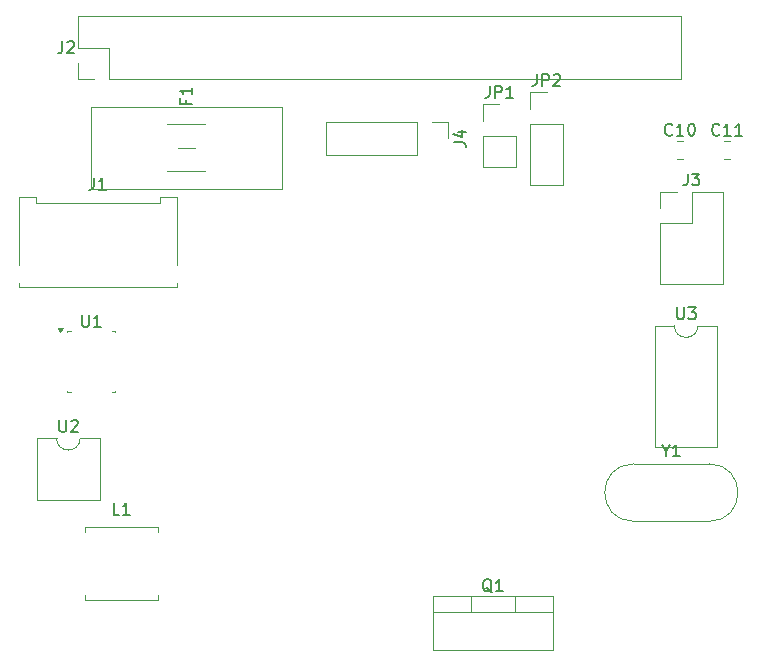
<source format=gto>
%TF.GenerationSoftware,KiCad,Pcbnew,9.0.7*%
%TF.CreationDate,2026-02-04T17:23:19-06:00*%
%TF.ProjectId,power-hat,706f7765-722d-4686-9174-2e6b69636164,rev?*%
%TF.SameCoordinates,Original*%
%TF.FileFunction,Legend,Top*%
%TF.FilePolarity,Positive*%
%FSLAX46Y46*%
G04 Gerber Fmt 4.6, Leading zero omitted, Abs format (unit mm)*
G04 Created by KiCad (PCBNEW 9.0.7) date 2026-02-04 17:23:19*
%MOMM*%
%LPD*%
G01*
G04 APERTURE LIST*
%ADD10C,0.150000*%
%ADD11C,0.120000*%
G04 APERTURE END LIST*
D10*
X103175595Y-80459819D02*
X103175595Y-81269342D01*
X103175595Y-81269342D02*
X103223214Y-81364580D01*
X103223214Y-81364580D02*
X103270833Y-81412200D01*
X103270833Y-81412200D02*
X103366071Y-81459819D01*
X103366071Y-81459819D02*
X103556547Y-81459819D01*
X103556547Y-81459819D02*
X103651785Y-81412200D01*
X103651785Y-81412200D02*
X103699404Y-81364580D01*
X103699404Y-81364580D02*
X103747023Y-81269342D01*
X103747023Y-81269342D02*
X103747023Y-80459819D01*
X104747023Y-81459819D02*
X104175595Y-81459819D01*
X104461309Y-81459819D02*
X104461309Y-80459819D01*
X104461309Y-80459819D02*
X104366071Y-80602676D01*
X104366071Y-80602676D02*
X104270833Y-80697914D01*
X104270833Y-80697914D02*
X104175595Y-80745533D01*
X154436666Y-68494819D02*
X154436666Y-69209104D01*
X154436666Y-69209104D02*
X154389047Y-69351961D01*
X154389047Y-69351961D02*
X154293809Y-69447200D01*
X154293809Y-69447200D02*
X154150952Y-69494819D01*
X154150952Y-69494819D02*
X154055714Y-69494819D01*
X154817619Y-68494819D02*
X155436666Y-68494819D01*
X155436666Y-68494819D02*
X155103333Y-68875771D01*
X155103333Y-68875771D02*
X155246190Y-68875771D01*
X155246190Y-68875771D02*
X155341428Y-68923390D01*
X155341428Y-68923390D02*
X155389047Y-68971009D01*
X155389047Y-68971009D02*
X155436666Y-69066247D01*
X155436666Y-69066247D02*
X155436666Y-69304342D01*
X155436666Y-69304342D02*
X155389047Y-69399580D01*
X155389047Y-69399580D02*
X155341428Y-69447200D01*
X155341428Y-69447200D02*
X155246190Y-69494819D01*
X155246190Y-69494819D02*
X154960476Y-69494819D01*
X154960476Y-69494819D02*
X154865238Y-69447200D01*
X154865238Y-69447200D02*
X154817619Y-69399580D01*
X106333333Y-97354819D02*
X105857143Y-97354819D01*
X105857143Y-97354819D02*
X105857143Y-96354819D01*
X107190476Y-97354819D02*
X106619048Y-97354819D01*
X106904762Y-97354819D02*
X106904762Y-96354819D01*
X106904762Y-96354819D02*
X106809524Y-96497676D01*
X106809524Y-96497676D02*
X106714286Y-96592914D01*
X106714286Y-96592914D02*
X106619048Y-96640533D01*
X137666666Y-61074819D02*
X137666666Y-61789104D01*
X137666666Y-61789104D02*
X137619047Y-61931961D01*
X137619047Y-61931961D02*
X137523809Y-62027200D01*
X137523809Y-62027200D02*
X137380952Y-62074819D01*
X137380952Y-62074819D02*
X137285714Y-62074819D01*
X138142857Y-62074819D02*
X138142857Y-61074819D01*
X138142857Y-61074819D02*
X138523809Y-61074819D01*
X138523809Y-61074819D02*
X138619047Y-61122438D01*
X138619047Y-61122438D02*
X138666666Y-61170057D01*
X138666666Y-61170057D02*
X138714285Y-61265295D01*
X138714285Y-61265295D02*
X138714285Y-61408152D01*
X138714285Y-61408152D02*
X138666666Y-61503390D01*
X138666666Y-61503390D02*
X138619047Y-61551009D01*
X138619047Y-61551009D02*
X138523809Y-61598628D01*
X138523809Y-61598628D02*
X138142857Y-61598628D01*
X139666666Y-62074819D02*
X139095238Y-62074819D01*
X139380952Y-62074819D02*
X139380952Y-61074819D01*
X139380952Y-61074819D02*
X139285714Y-61217676D01*
X139285714Y-61217676D02*
X139190476Y-61312914D01*
X139190476Y-61312914D02*
X139095238Y-61360533D01*
X157137142Y-65179580D02*
X157089523Y-65227200D01*
X157089523Y-65227200D02*
X156946666Y-65274819D01*
X156946666Y-65274819D02*
X156851428Y-65274819D01*
X156851428Y-65274819D02*
X156708571Y-65227200D01*
X156708571Y-65227200D02*
X156613333Y-65131961D01*
X156613333Y-65131961D02*
X156565714Y-65036723D01*
X156565714Y-65036723D02*
X156518095Y-64846247D01*
X156518095Y-64846247D02*
X156518095Y-64703390D01*
X156518095Y-64703390D02*
X156565714Y-64512914D01*
X156565714Y-64512914D02*
X156613333Y-64417676D01*
X156613333Y-64417676D02*
X156708571Y-64322438D01*
X156708571Y-64322438D02*
X156851428Y-64274819D01*
X156851428Y-64274819D02*
X156946666Y-64274819D01*
X156946666Y-64274819D02*
X157089523Y-64322438D01*
X157089523Y-64322438D02*
X157137142Y-64370057D01*
X158089523Y-65274819D02*
X157518095Y-65274819D01*
X157803809Y-65274819D02*
X157803809Y-64274819D01*
X157803809Y-64274819D02*
X157708571Y-64417676D01*
X157708571Y-64417676D02*
X157613333Y-64512914D01*
X157613333Y-64512914D02*
X157518095Y-64560533D01*
X159041904Y-65274819D02*
X158470476Y-65274819D01*
X158756190Y-65274819D02*
X158756190Y-64274819D01*
X158756190Y-64274819D02*
X158660952Y-64417676D01*
X158660952Y-64417676D02*
X158565714Y-64512914D01*
X158565714Y-64512914D02*
X158470476Y-64560533D01*
X153137142Y-65179580D02*
X153089523Y-65227200D01*
X153089523Y-65227200D02*
X152946666Y-65274819D01*
X152946666Y-65274819D02*
X152851428Y-65274819D01*
X152851428Y-65274819D02*
X152708571Y-65227200D01*
X152708571Y-65227200D02*
X152613333Y-65131961D01*
X152613333Y-65131961D02*
X152565714Y-65036723D01*
X152565714Y-65036723D02*
X152518095Y-64846247D01*
X152518095Y-64846247D02*
X152518095Y-64703390D01*
X152518095Y-64703390D02*
X152565714Y-64512914D01*
X152565714Y-64512914D02*
X152613333Y-64417676D01*
X152613333Y-64417676D02*
X152708571Y-64322438D01*
X152708571Y-64322438D02*
X152851428Y-64274819D01*
X152851428Y-64274819D02*
X152946666Y-64274819D01*
X152946666Y-64274819D02*
X153089523Y-64322438D01*
X153089523Y-64322438D02*
X153137142Y-64370057D01*
X154089523Y-65274819D02*
X153518095Y-65274819D01*
X153803809Y-65274819D02*
X153803809Y-64274819D01*
X153803809Y-64274819D02*
X153708571Y-64417676D01*
X153708571Y-64417676D02*
X153613333Y-64512914D01*
X153613333Y-64512914D02*
X153518095Y-64560533D01*
X154708571Y-64274819D02*
X154803809Y-64274819D01*
X154803809Y-64274819D02*
X154899047Y-64322438D01*
X154899047Y-64322438D02*
X154946666Y-64370057D01*
X154946666Y-64370057D02*
X154994285Y-64465295D01*
X154994285Y-64465295D02*
X155041904Y-64655771D01*
X155041904Y-64655771D02*
X155041904Y-64893866D01*
X155041904Y-64893866D02*
X154994285Y-65084342D01*
X154994285Y-65084342D02*
X154946666Y-65179580D01*
X154946666Y-65179580D02*
X154899047Y-65227200D01*
X154899047Y-65227200D02*
X154803809Y-65274819D01*
X154803809Y-65274819D02*
X154708571Y-65274819D01*
X154708571Y-65274819D02*
X154613333Y-65227200D01*
X154613333Y-65227200D02*
X154565714Y-65179580D01*
X154565714Y-65179580D02*
X154518095Y-65084342D01*
X154518095Y-65084342D02*
X154470476Y-64893866D01*
X154470476Y-64893866D02*
X154470476Y-64655771D01*
X154470476Y-64655771D02*
X154518095Y-64465295D01*
X154518095Y-64465295D02*
X154565714Y-64370057D01*
X154565714Y-64370057D02*
X154613333Y-64322438D01*
X154613333Y-64322438D02*
X154708571Y-64274819D01*
X152583809Y-91958628D02*
X152583809Y-92434819D01*
X152250476Y-91434819D02*
X152583809Y-91958628D01*
X152583809Y-91958628D02*
X152917142Y-91434819D01*
X153774285Y-92434819D02*
X153202857Y-92434819D01*
X153488571Y-92434819D02*
X153488571Y-91434819D01*
X153488571Y-91434819D02*
X153393333Y-91577676D01*
X153393333Y-91577676D02*
X153298095Y-91672914D01*
X153298095Y-91672914D02*
X153202857Y-91720533D01*
X111931009Y-62263333D02*
X111931009Y-62596666D01*
X112454819Y-62596666D02*
X111454819Y-62596666D01*
X111454819Y-62596666D02*
X111454819Y-62120476D01*
X112454819Y-61215714D02*
X112454819Y-61787142D01*
X112454819Y-61501428D02*
X111454819Y-61501428D01*
X111454819Y-61501428D02*
X111597676Y-61596666D01*
X111597676Y-61596666D02*
X111692914Y-61691904D01*
X111692914Y-61691904D02*
X111740533Y-61787142D01*
X101496166Y-57292519D02*
X101496166Y-58006804D01*
X101496166Y-58006804D02*
X101448547Y-58149661D01*
X101448547Y-58149661D02*
X101353309Y-58244900D01*
X101353309Y-58244900D02*
X101210452Y-58292519D01*
X101210452Y-58292519D02*
X101115214Y-58292519D01*
X101924738Y-57387757D02*
X101972357Y-57340138D01*
X101972357Y-57340138D02*
X102067595Y-57292519D01*
X102067595Y-57292519D02*
X102305690Y-57292519D01*
X102305690Y-57292519D02*
X102400928Y-57340138D01*
X102400928Y-57340138D02*
X102448547Y-57387757D01*
X102448547Y-57387757D02*
X102496166Y-57482995D01*
X102496166Y-57482995D02*
X102496166Y-57578233D01*
X102496166Y-57578233D02*
X102448547Y-57721090D01*
X102448547Y-57721090D02*
X101877119Y-58292519D01*
X101877119Y-58292519D02*
X102496166Y-58292519D01*
X141666666Y-60074819D02*
X141666666Y-60789104D01*
X141666666Y-60789104D02*
X141619047Y-60931961D01*
X141619047Y-60931961D02*
X141523809Y-61027200D01*
X141523809Y-61027200D02*
X141380952Y-61074819D01*
X141380952Y-61074819D02*
X141285714Y-61074819D01*
X142142857Y-61074819D02*
X142142857Y-60074819D01*
X142142857Y-60074819D02*
X142523809Y-60074819D01*
X142523809Y-60074819D02*
X142619047Y-60122438D01*
X142619047Y-60122438D02*
X142666666Y-60170057D01*
X142666666Y-60170057D02*
X142714285Y-60265295D01*
X142714285Y-60265295D02*
X142714285Y-60408152D01*
X142714285Y-60408152D02*
X142666666Y-60503390D01*
X142666666Y-60503390D02*
X142619047Y-60551009D01*
X142619047Y-60551009D02*
X142523809Y-60598628D01*
X142523809Y-60598628D02*
X142142857Y-60598628D01*
X143095238Y-60170057D02*
X143142857Y-60122438D01*
X143142857Y-60122438D02*
X143238095Y-60074819D01*
X143238095Y-60074819D02*
X143476190Y-60074819D01*
X143476190Y-60074819D02*
X143571428Y-60122438D01*
X143571428Y-60122438D02*
X143619047Y-60170057D01*
X143619047Y-60170057D02*
X143666666Y-60265295D01*
X143666666Y-60265295D02*
X143666666Y-60360533D01*
X143666666Y-60360533D02*
X143619047Y-60503390D01*
X143619047Y-60503390D02*
X143047619Y-61074819D01*
X143047619Y-61074819D02*
X143666666Y-61074819D01*
X137864761Y-103950057D02*
X137769523Y-103902438D01*
X137769523Y-103902438D02*
X137674285Y-103807200D01*
X137674285Y-103807200D02*
X137531428Y-103664342D01*
X137531428Y-103664342D02*
X137436190Y-103616723D01*
X137436190Y-103616723D02*
X137340952Y-103616723D01*
X137388571Y-103854819D02*
X137293333Y-103807200D01*
X137293333Y-103807200D02*
X137198095Y-103711961D01*
X137198095Y-103711961D02*
X137150476Y-103521485D01*
X137150476Y-103521485D02*
X137150476Y-103188152D01*
X137150476Y-103188152D02*
X137198095Y-102997676D01*
X137198095Y-102997676D02*
X137293333Y-102902438D01*
X137293333Y-102902438D02*
X137388571Y-102854819D01*
X137388571Y-102854819D02*
X137579047Y-102854819D01*
X137579047Y-102854819D02*
X137674285Y-102902438D01*
X137674285Y-102902438D02*
X137769523Y-102997676D01*
X137769523Y-102997676D02*
X137817142Y-103188152D01*
X137817142Y-103188152D02*
X137817142Y-103521485D01*
X137817142Y-103521485D02*
X137769523Y-103711961D01*
X137769523Y-103711961D02*
X137674285Y-103807200D01*
X137674285Y-103807200D02*
X137579047Y-103854819D01*
X137579047Y-103854819D02*
X137388571Y-103854819D01*
X138769523Y-103854819D02*
X138198095Y-103854819D01*
X138483809Y-103854819D02*
X138483809Y-102854819D01*
X138483809Y-102854819D02*
X138388571Y-102997676D01*
X138388571Y-102997676D02*
X138293333Y-103092914D01*
X138293333Y-103092914D02*
X138198095Y-103140533D01*
X134644819Y-65833333D02*
X135359104Y-65833333D01*
X135359104Y-65833333D02*
X135501961Y-65880952D01*
X135501961Y-65880952D02*
X135597200Y-65976190D01*
X135597200Y-65976190D02*
X135644819Y-66119047D01*
X135644819Y-66119047D02*
X135644819Y-66214285D01*
X134978152Y-64928571D02*
X135644819Y-64928571D01*
X134597200Y-65166666D02*
X135311485Y-65404761D01*
X135311485Y-65404761D02*
X135311485Y-64785714D01*
X153548095Y-79814819D02*
X153548095Y-80624342D01*
X153548095Y-80624342D02*
X153595714Y-80719580D01*
X153595714Y-80719580D02*
X153643333Y-80767200D01*
X153643333Y-80767200D02*
X153738571Y-80814819D01*
X153738571Y-80814819D02*
X153929047Y-80814819D01*
X153929047Y-80814819D02*
X154024285Y-80767200D01*
X154024285Y-80767200D02*
X154071904Y-80719580D01*
X154071904Y-80719580D02*
X154119523Y-80624342D01*
X154119523Y-80624342D02*
X154119523Y-79814819D01*
X154500476Y-79814819D02*
X155119523Y-79814819D01*
X155119523Y-79814819D02*
X154786190Y-80195771D01*
X154786190Y-80195771D02*
X154929047Y-80195771D01*
X154929047Y-80195771D02*
X155024285Y-80243390D01*
X155024285Y-80243390D02*
X155071904Y-80291009D01*
X155071904Y-80291009D02*
X155119523Y-80386247D01*
X155119523Y-80386247D02*
X155119523Y-80624342D01*
X155119523Y-80624342D02*
X155071904Y-80719580D01*
X155071904Y-80719580D02*
X155024285Y-80767200D01*
X155024285Y-80767200D02*
X154929047Y-80814819D01*
X154929047Y-80814819D02*
X154643333Y-80814819D01*
X154643333Y-80814819D02*
X154548095Y-80767200D01*
X154548095Y-80767200D02*
X154500476Y-80719580D01*
X104166666Y-68844819D02*
X104166666Y-69559104D01*
X104166666Y-69559104D02*
X104119047Y-69701961D01*
X104119047Y-69701961D02*
X104023809Y-69797200D01*
X104023809Y-69797200D02*
X103880952Y-69844819D01*
X103880952Y-69844819D02*
X103785714Y-69844819D01*
X105166666Y-69844819D02*
X104595238Y-69844819D01*
X104880952Y-69844819D02*
X104880952Y-68844819D01*
X104880952Y-68844819D02*
X104785714Y-68987676D01*
X104785714Y-68987676D02*
X104690476Y-69082914D01*
X104690476Y-69082914D02*
X104595238Y-69130533D01*
X101243095Y-89349819D02*
X101243095Y-90159342D01*
X101243095Y-90159342D02*
X101290714Y-90254580D01*
X101290714Y-90254580D02*
X101338333Y-90302200D01*
X101338333Y-90302200D02*
X101433571Y-90349819D01*
X101433571Y-90349819D02*
X101624047Y-90349819D01*
X101624047Y-90349819D02*
X101719285Y-90302200D01*
X101719285Y-90302200D02*
X101766904Y-90254580D01*
X101766904Y-90254580D02*
X101814523Y-90159342D01*
X101814523Y-90159342D02*
X101814523Y-89349819D01*
X102243095Y-89445057D02*
X102290714Y-89397438D01*
X102290714Y-89397438D02*
X102385952Y-89349819D01*
X102385952Y-89349819D02*
X102624047Y-89349819D01*
X102624047Y-89349819D02*
X102719285Y-89397438D01*
X102719285Y-89397438D02*
X102766904Y-89445057D01*
X102766904Y-89445057D02*
X102814523Y-89540295D01*
X102814523Y-89540295D02*
X102814523Y-89635533D01*
X102814523Y-89635533D02*
X102766904Y-89778390D01*
X102766904Y-89778390D02*
X102195476Y-90349819D01*
X102195476Y-90349819D02*
X102814523Y-90349819D01*
D11*
%TO.C,U1*%
X101877500Y-81845000D02*
X102202500Y-81845000D01*
X101877500Y-81940000D02*
X101877500Y-81845000D01*
X101877500Y-86965000D02*
X101877500Y-86870000D01*
X102202500Y-86965000D02*
X101877500Y-86965000D01*
X105672500Y-81845000D02*
X105997500Y-81845000D01*
X105997500Y-81845000D02*
X105997500Y-81940000D01*
X105997500Y-86870000D02*
X105997500Y-86965000D01*
X105997500Y-86965000D02*
X105672500Y-86965000D01*
X101337500Y-81935000D02*
X101097500Y-81605000D01*
X101577500Y-81605000D01*
X101337500Y-81935000D01*
G36*
X101337500Y-81935000D02*
G01*
X101097500Y-81605000D01*
X101577500Y-81605000D01*
X101337500Y-81935000D01*
G37*
%TO.C,J3*%
X152120000Y-70040000D02*
X153500000Y-70040000D01*
X152120000Y-71420000D02*
X152120000Y-70040000D01*
X152120000Y-72690000D02*
X152120000Y-77880000D01*
X152120000Y-72690000D02*
X154770000Y-72690000D01*
X152120000Y-77880000D02*
X157420000Y-77880000D01*
X154770000Y-70040000D02*
X157420000Y-70040000D01*
X154770000Y-72690000D02*
X154770000Y-70040000D01*
X157420000Y-70040000D02*
X157420000Y-77880000D01*
%TO.C,L1*%
X103400000Y-98400000D02*
X103400000Y-98850000D01*
X103400000Y-98400000D02*
X109600000Y-98400000D01*
X103400000Y-104600000D02*
X103400000Y-104150000D01*
X109600000Y-98400000D02*
X109600000Y-98850000D01*
X109600000Y-104600000D02*
X103400000Y-104600000D01*
X109600000Y-104600000D02*
X109600000Y-104150000D01*
%TO.C,JP1*%
X137120000Y-62620000D02*
X138500000Y-62620000D01*
X137120000Y-64000000D02*
X137120000Y-62620000D01*
X137120000Y-65270000D02*
X137120000Y-67920000D01*
X137120000Y-65270000D02*
X139880000Y-65270000D01*
X137120000Y-67920000D02*
X139880000Y-67920000D01*
X139880000Y-65270000D02*
X139880000Y-67920000D01*
%TO.C,C11*%
X157518748Y-65765000D02*
X158041252Y-65765000D01*
X157518748Y-67235000D02*
X158041252Y-67235000D01*
%TO.C,C10*%
X153518748Y-65765000D02*
X154041252Y-65765000D01*
X153518748Y-67235000D02*
X154041252Y-67235000D01*
%TO.C,Y1*%
X149860000Y-93065000D02*
X156260000Y-93065000D01*
X156260000Y-97935000D02*
X149860000Y-97935000D01*
X149860000Y-97935000D02*
G75*
G02*
X149860000Y-93065000I0J2435000D01*
G01*
X156260000Y-93065000D02*
G75*
G02*
X156260000Y-97935000I0J-2435000D01*
G01*
%TO.C,F1*%
X103900000Y-62830000D02*
X103900000Y-69770000D01*
X103900000Y-69770000D02*
X120100000Y-69770000D01*
X110400000Y-64300000D02*
X113600000Y-64300000D01*
X111250000Y-66300000D02*
X112750000Y-66300000D01*
X113600000Y-68300000D02*
X110400000Y-68300000D01*
X120100000Y-62830000D02*
X103900000Y-62830000D01*
X120100000Y-69770000D02*
X120100000Y-62830000D01*
%TO.C,J2*%
X102829500Y-55187700D02*
X153849500Y-55187700D01*
X102829500Y-57837700D02*
X102829500Y-55187700D01*
X102829500Y-60487700D02*
X102829500Y-59107700D01*
X104209500Y-60487700D02*
X102829500Y-60487700D01*
X105479500Y-57837700D02*
X102829500Y-57837700D01*
X105479500Y-60487700D02*
X105479500Y-57837700D01*
X105479500Y-60487700D02*
X153849500Y-60487700D01*
X153849500Y-60487700D02*
X153849500Y-55187700D01*
%TO.C,JP2*%
X141120000Y-61620000D02*
X142500000Y-61620000D01*
X141120000Y-63000000D02*
X141120000Y-61620000D01*
X141120000Y-64270000D02*
X141120000Y-69460000D01*
X141120000Y-64270000D02*
X143880000Y-64270000D01*
X141120000Y-69460000D02*
X143880000Y-69460000D01*
X143880000Y-64270000D02*
X143880000Y-69460000D01*
%TO.C,Q1*%
X132850000Y-104240000D02*
X143070000Y-104240000D01*
X132850000Y-105620000D02*
X143070000Y-105620000D01*
X132850000Y-108860000D02*
X132850000Y-104240000D01*
X136110000Y-104240000D02*
X136110000Y-105620000D01*
X139810000Y-104240000D02*
X139810000Y-105620000D01*
X143070000Y-104240000D02*
X143070000Y-108860000D01*
X143070000Y-108860000D02*
X132850000Y-108860000D01*
%TO.C,J4*%
X123810000Y-64120000D02*
X123810000Y-66880000D01*
X131540000Y-64120000D02*
X123810000Y-64120000D01*
X131540000Y-64120000D02*
X131540000Y-66880000D01*
X131540000Y-66880000D02*
X123810000Y-66880000D01*
X132810000Y-64120000D02*
X134190000Y-64120000D01*
X134190000Y-64120000D02*
X134190000Y-65500000D01*
%TO.C,U3*%
X151660000Y-81360000D02*
X151660000Y-91640000D01*
X151660000Y-91640000D02*
X156960000Y-91640000D01*
X153310000Y-81360000D02*
X151660000Y-81360000D01*
X156960000Y-81360000D02*
X155310000Y-81360000D01*
X156960000Y-91640000D02*
X156960000Y-81360000D01*
X155310000Y-81360000D02*
G75*
G02*
X153310000Y-81360000I-1000000J0D01*
G01*
%TO.C,J1*%
X97815000Y-70480000D02*
X99235000Y-70480000D01*
X97815000Y-76230000D02*
X97815000Y-70480000D01*
X97815000Y-77770000D02*
X97815000Y-78070000D01*
X97815000Y-78070000D02*
X111185000Y-78070000D01*
X99235000Y-70480000D02*
X99235000Y-70980000D01*
X99235000Y-70980000D02*
X109765000Y-70980000D01*
X109765000Y-70480000D02*
X111185000Y-70480000D01*
X109765000Y-70980000D02*
X109765000Y-70480000D01*
X111185000Y-70480000D02*
X111185000Y-76230000D01*
X111185000Y-78070000D02*
X111185000Y-77770000D01*
%TO.C,U2*%
X99355000Y-90895000D02*
X99355000Y-96095000D01*
X99355000Y-96095000D02*
X104655000Y-96095000D01*
X101005000Y-90895000D02*
X99355000Y-90895000D01*
X104655000Y-90895000D02*
X103005000Y-90895000D01*
X104655000Y-96095000D02*
X104655000Y-90895000D01*
X103005000Y-90895000D02*
G75*
G02*
X101005000Y-90895000I-1000000J0D01*
G01*
%TD*%
M02*

</source>
